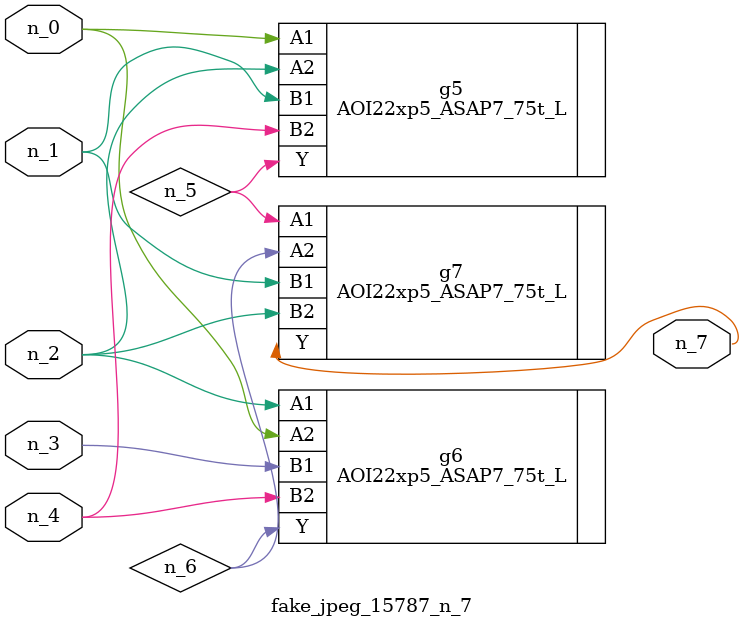
<source format=v>
module fake_jpeg_15787_n_7 (n_3, n_2, n_1, n_0, n_4, n_7);

input n_3;
input n_2;
input n_1;
input n_0;
input n_4;

output n_7;

wire n_6;
wire n_5;

AOI22xp5_ASAP7_75t_L g5 ( 
.A1(n_0),
.A2(n_2),
.B1(n_1),
.B2(n_4),
.Y(n_5)
);

AOI22xp5_ASAP7_75t_L g6 ( 
.A1(n_2),
.A2(n_0),
.B1(n_3),
.B2(n_4),
.Y(n_6)
);

AOI22xp5_ASAP7_75t_L g7 ( 
.A1(n_5),
.A2(n_6),
.B1(n_1),
.B2(n_2),
.Y(n_7)
);


endmodule
</source>
